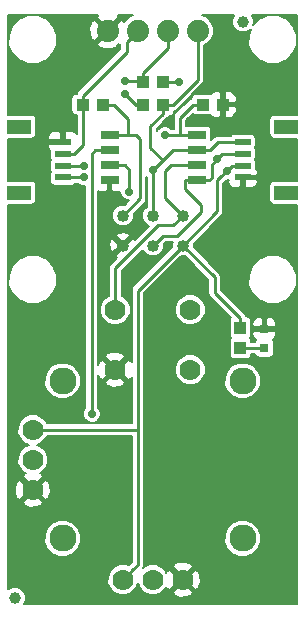
<source format=gtl>
G04 #@! TF.FileFunction,Copper,L1,Top,Signal*
%FSLAX46Y46*%
G04 Gerber Fmt 4.6, Leading zero omitted, Abs format (unit mm)*
G04 Created by KiCad (PCBNEW 4.0.6) date 02/21/18 15:14:43*
%MOMM*%
%LPD*%
G01*
G04 APERTURE LIST*
%ADD10C,0.100000*%
%ADD11R,0.800000X0.800000*%
%ADD12C,1.778000*%
%ADD13C,2.286000*%
%ADD14R,1.099820X0.998220*%
%ADD15R,2.000000X1.200000*%
%ADD16R,1.350000X0.600000*%
%ADD17C,1.000000*%
%ADD18C,1.879600*%
%ADD19C,1.016000*%
%ADD20R,0.998220X1.099820*%
%ADD21R,1.524000X0.762000*%
%ADD22C,0.700000*%
%ADD23C,0.250000*%
%ADD24C,0.203200*%
G04 APERTURE END LIST*
D10*
D11*
X159308800Y-120078400D03*
X159308800Y-118478400D03*
D12*
X146685000Y-116840000D03*
X153035000Y-116840000D03*
X146685000Y-121920000D03*
X153035000Y-121920000D03*
X147320000Y-139700000D03*
X149860000Y-139700000D03*
X152400000Y-139700000D03*
D13*
X142240000Y-122872500D03*
X142240000Y-136207500D03*
X157480000Y-136207500D03*
X157480000Y-122872500D03*
D12*
X139700000Y-127000000D03*
X139700000Y-129540000D03*
X139700000Y-132080000D03*
D14*
X150708360Y-97586800D03*
X149011640Y-97586800D03*
D15*
X161155000Y-106940000D03*
X161155000Y-101340000D03*
D16*
X157480000Y-105640000D03*
X157480000Y-104640000D03*
X157480000Y-103640000D03*
X157480000Y-102640000D03*
D15*
X138565000Y-101340000D03*
X138565000Y-106940000D03*
D16*
X142240000Y-102640000D03*
X142240000Y-103640000D03*
X142240000Y-104640000D03*
X142240000Y-105640000D03*
D17*
X138176000Y-141224000D03*
X157480000Y-92456000D03*
D14*
X154091640Y-99466400D03*
X155788360Y-99466400D03*
D18*
X146050000Y-93218000D03*
X148590000Y-93218000D03*
X151130000Y-93218000D03*
X153670000Y-93218000D03*
D19*
X152400000Y-108864400D03*
X152400000Y-111404400D03*
X149860000Y-108864400D03*
X149860000Y-111404400D03*
X147320000Y-108864400D03*
X147320000Y-111404400D03*
D14*
X143931640Y-99466400D03*
X145628360Y-99466400D03*
X149011640Y-99517200D03*
X150708360Y-99517200D03*
D20*
X157276800Y-118379240D03*
X157276800Y-120075960D03*
D21*
X146202400Y-102069900D03*
X146202400Y-103339900D03*
X146202400Y-104609900D03*
X146202400Y-105879900D03*
X153611580Y-105879900D03*
X153611580Y-104609900D03*
X153611580Y-103339900D03*
X153611580Y-102069900D03*
D22*
X147523200Y-98602800D03*
X152095200Y-97586800D03*
X156133800Y-105079800D03*
X150876000Y-102057200D03*
X155321000Y-104063800D03*
X147523200Y-97485200D03*
X144018000Y-104648000D03*
X149860000Y-105040300D03*
X144018000Y-105613200D03*
X147878800Y-106832400D03*
X144693001Y-125664599D03*
D23*
X157480000Y-105640000D02*
X157105000Y-105640000D01*
X149011640Y-99517200D02*
X148437600Y-99517200D01*
X148437600Y-99517200D02*
X147523200Y-98602800D01*
X150708360Y-97586800D02*
X152095200Y-97586800D01*
X156133800Y-105079800D02*
X156555000Y-104658600D01*
X156555000Y-104658600D02*
X156555000Y-104640000D01*
X150876000Y-102057200D02*
X152146000Y-102057200D01*
X152146000Y-102057200D02*
X152572700Y-102057200D01*
X154091640Y-99466400D02*
X153263600Y-99466400D01*
X153263600Y-99466400D02*
X152146000Y-100584000D01*
X152146000Y-100584000D02*
X152146000Y-102057200D01*
X150876000Y-102057200D02*
X153598880Y-102057200D01*
X153598880Y-102057200D02*
X153611580Y-102069900D01*
X155092400Y-115394930D02*
X155092400Y-114096800D01*
X155092400Y-114096800D02*
X152400000Y-111404400D01*
X157276800Y-118379240D02*
X157276800Y-117579330D01*
X157276800Y-117579330D02*
X155092400Y-115394930D01*
X147652930Y-94996000D02*
X147650201Y-94993271D01*
X147650201Y-94157799D02*
X148590000Y-93218000D01*
X147650201Y-94993271D02*
X147650201Y-94157799D01*
X143931640Y-99466400D02*
X143931640Y-98717290D01*
X143931640Y-98717290D02*
X147652930Y-94996000D01*
X143931640Y-99466400D02*
X143982440Y-99466400D01*
X155295600Y-105899400D02*
X155581800Y-105613200D01*
X155581800Y-105613200D02*
X156555000Y-104640000D01*
X152572700Y-102057200D02*
X152585400Y-102069900D01*
X142240000Y-103640000D02*
X143165000Y-103640000D01*
X143165000Y-103640000D02*
X143931640Y-102873360D01*
X143931640Y-102873360D02*
X143931640Y-100215510D01*
X143931640Y-100215510D02*
X143931640Y-99466400D01*
X148590000Y-115214400D02*
X148590000Y-127000000D01*
X148590000Y-127000000D02*
X148590000Y-138430000D01*
X139700000Y-127000000D02*
X148590000Y-127000000D01*
X152400000Y-111404400D02*
X148590000Y-115214400D01*
X148590000Y-138430000D02*
X148208999Y-138811001D01*
X148208999Y-138811001D02*
X147320000Y-139700000D01*
X155295600Y-108508800D02*
X155295600Y-105899400D01*
X156555000Y-104640000D02*
X157480000Y-104640000D01*
X152400000Y-111404400D02*
X155295600Y-108508800D01*
X154838400Y-104546400D02*
X155321000Y-104063800D01*
X155321000Y-104063800D02*
X155744800Y-103640000D01*
X153611580Y-105879900D02*
X154623580Y-105879900D01*
X154623580Y-105879900D02*
X154838400Y-105665080D01*
X154838400Y-105665080D02*
X154838400Y-104546400D01*
X155744800Y-103640000D02*
X156555000Y-103640000D01*
X156555000Y-103640000D02*
X157480000Y-103640000D01*
X147523200Y-97485200D02*
X148910040Y-97485200D01*
X148910040Y-97485200D02*
X149011640Y-97586800D01*
X142240000Y-104640000D02*
X144010000Y-104640000D01*
X144010000Y-104640000D02*
X144018000Y-104648000D01*
X149011640Y-97586800D02*
X149011640Y-96837690D01*
X149011640Y-96837690D02*
X151130000Y-94719330D01*
X151130000Y-94719330D02*
X151130000Y-93218000D01*
X153924000Y-108000800D02*
X152585400Y-106662200D01*
X152585400Y-106662200D02*
X152585400Y-105879900D01*
X153924000Y-108573242D02*
X153924000Y-108000800D01*
X149860000Y-111404400D02*
X150693001Y-110571399D01*
X150693001Y-110571399D02*
X151925843Y-110571399D01*
X151925843Y-110571399D02*
X153924000Y-108573242D01*
X152585400Y-105879900D02*
X153610400Y-105879900D01*
X154673300Y-103339900D02*
X155373200Y-102640000D01*
X155373200Y-102640000D02*
X156555000Y-102640000D01*
X153611580Y-103339900D02*
X154673300Y-103339900D01*
X149860000Y-105040300D02*
X150723600Y-104176700D01*
X150723600Y-104176700D02*
X151560400Y-103339900D01*
X149656800Y-101317870D02*
X149656800Y-103109900D01*
X149656800Y-103109900D02*
X150723600Y-104176700D01*
X150708360Y-99517200D02*
X150708360Y-100266310D01*
X150708360Y-100266310D02*
X149656800Y-101317870D01*
X142240000Y-105640000D02*
X143991200Y-105640000D01*
X143991200Y-105640000D02*
X144018000Y-105613200D01*
X150708360Y-99517200D02*
X151536400Y-99517200D01*
X151536400Y-99517200D02*
X153670000Y-97383600D01*
X153670000Y-97383600D02*
X153670000Y-93218000D01*
X149860000Y-108864400D02*
X149860000Y-105040300D01*
X151560400Y-103339900D02*
X152585400Y-103339900D01*
X152585400Y-103339900D02*
X153610400Y-103339900D01*
X156555000Y-102640000D02*
X157480000Y-102640000D01*
X153611580Y-104609900D02*
X151371300Y-104609900D01*
X151371300Y-104609900D02*
X150926800Y-105054400D01*
X150926800Y-105054400D02*
X150926800Y-107391200D01*
X150926800Y-107391200D02*
X152400000Y-108864400D01*
X152400000Y-108864400D02*
X151566999Y-109697401D01*
X151566999Y-109697401D02*
X150334157Y-109697401D01*
X150334157Y-109697401D02*
X146685000Y-113346558D01*
X146685000Y-113346558D02*
X146685000Y-115582765D01*
X146685000Y-115582765D02*
X146685000Y-116840000D01*
X148450300Y-102069900D02*
X147777200Y-102069900D01*
X147777200Y-102069900D02*
X147185400Y-102069900D01*
X145628360Y-99466400D02*
X146558000Y-99466400D01*
X146558000Y-99466400D02*
X147777200Y-100685600D01*
X147777200Y-100685600D02*
X147777200Y-102069900D01*
X147185400Y-102069900D02*
X146202400Y-102069900D01*
X147320000Y-108864400D02*
X148793200Y-107391200D01*
X148793200Y-107391200D02*
X148793200Y-102412800D01*
X148793200Y-102412800D02*
X148450300Y-102069900D01*
X147472400Y-104622600D02*
X147878800Y-105029000D01*
X147878800Y-105029000D02*
X147878800Y-106832400D01*
X146596100Y-104622600D02*
X147472400Y-104622600D01*
X146202400Y-104609900D02*
X146583400Y-104609900D01*
X146583400Y-104609900D02*
X146596100Y-104622600D01*
X144693001Y-125664599D02*
X144693001Y-103642799D01*
X144693001Y-103642799D02*
X144995900Y-103339900D01*
X144995900Y-103339900D02*
X146202400Y-103339900D01*
X157276800Y-120075960D02*
X159103160Y-120075960D01*
X159103160Y-120075960D02*
X159105600Y-120078400D01*
D24*
G36*
X145154240Y-92106714D02*
X146050000Y-93002474D01*
X146945760Y-92106714D01*
X146875575Y-91921400D01*
X148202792Y-91921400D01*
X147828435Y-92076081D01*
X147449412Y-92454443D01*
X147438266Y-92481286D01*
X147411666Y-92417068D01*
X147161286Y-92322240D01*
X146265526Y-93218000D01*
X146279669Y-93232143D01*
X146064143Y-93447669D01*
X146050000Y-93433526D01*
X145154240Y-94329286D01*
X145249068Y-94579666D01*
X145831122Y-94782519D01*
X146446499Y-94747188D01*
X146850932Y-94579666D01*
X146945759Y-94329288D01*
X147057883Y-94441412D01*
X147118801Y-94380494D01*
X147118801Y-94778616D01*
X143555883Y-98341533D01*
X143440690Y-98513932D01*
X143432933Y-98552929D01*
X143381730Y-98552929D01*
X143231127Y-98581267D01*
X143092808Y-98670273D01*
X143000015Y-98806080D01*
X142967369Y-98967290D01*
X142967369Y-99965510D01*
X142995707Y-100116113D01*
X143084713Y-100254432D01*
X143220520Y-100347225D01*
X143381730Y-100379871D01*
X143400240Y-100379871D01*
X143400240Y-101963135D01*
X143260311Y-101823206D01*
X143036257Y-101730400D01*
X142544800Y-101730400D01*
X142392400Y-101882800D01*
X142392400Y-102490000D01*
X142412400Y-102490000D01*
X142412400Y-102790000D01*
X142392400Y-102790000D01*
X142392400Y-102812400D01*
X142087600Y-102812400D01*
X142087600Y-102790000D01*
X141107800Y-102790000D01*
X140955400Y-102942400D01*
X140955400Y-103061257D01*
X141048206Y-103285311D01*
X141150639Y-103387744D01*
X141150639Y-103940000D01*
X141178977Y-104090603D01*
X141210291Y-104139266D01*
X141183285Y-104178790D01*
X141150639Y-104340000D01*
X141150639Y-104940000D01*
X141178977Y-105090603D01*
X141210291Y-105139266D01*
X141183285Y-105178790D01*
X141150639Y-105340000D01*
X141150639Y-105940000D01*
X141178977Y-106090603D01*
X141267983Y-106228922D01*
X141403790Y-106321715D01*
X141565000Y-106354361D01*
X142915000Y-106354361D01*
X143065603Y-106326023D01*
X143203922Y-106237017D01*
X143248756Y-106171400D01*
X143506447Y-106171400D01*
X143588974Y-106254071D01*
X143866883Y-106369469D01*
X144161601Y-106369726D01*
X144161601Y-125126293D01*
X144052130Y-125235573D01*
X143936732Y-125513482D01*
X143936470Y-125814396D01*
X144051382Y-126092506D01*
X144263975Y-126305470D01*
X144541884Y-126420868D01*
X144842798Y-126421130D01*
X145120908Y-126306218D01*
X145333872Y-126093625D01*
X145449270Y-125815716D01*
X145449532Y-125514802D01*
X145334620Y-125236692D01*
X145224401Y-125126281D01*
X145224401Y-122994442D01*
X145826084Y-122994442D01*
X145914661Y-123239559D01*
X146478272Y-123433909D01*
X147073357Y-123397781D01*
X147455339Y-123239559D01*
X147543916Y-122994442D01*
X146685000Y-122135526D01*
X145826084Y-122994442D01*
X145224401Y-122994442D01*
X145224401Y-122349838D01*
X145365441Y-122690339D01*
X145610558Y-122778916D01*
X146469474Y-121920000D01*
X145610558Y-121061084D01*
X145365441Y-121149661D01*
X145224401Y-121558674D01*
X145224401Y-120845558D01*
X145826084Y-120845558D01*
X146685000Y-121704474D01*
X147543916Y-120845558D01*
X147455339Y-120600441D01*
X146891728Y-120406091D01*
X146296643Y-120442219D01*
X145914661Y-120600441D01*
X145826084Y-120845558D01*
X145224401Y-120845558D01*
X145224401Y-111288970D01*
X146186367Y-111288970D01*
X146228487Y-111731579D01*
X146316833Y-111944866D01*
X146522625Y-111986249D01*
X147104474Y-111404400D01*
X146522625Y-110822551D01*
X146316833Y-110863934D01*
X146186367Y-111288970D01*
X145224401Y-111288970D01*
X145224401Y-110607025D01*
X146738151Y-110607025D01*
X147320000Y-111188874D01*
X147901849Y-110607025D01*
X147860466Y-110401233D01*
X147435430Y-110270767D01*
X146992821Y-110312887D01*
X146779534Y-110401233D01*
X146738151Y-110607025D01*
X145224401Y-110607025D01*
X145224401Y-106831257D01*
X145319143Y-106870500D01*
X145897600Y-106870500D01*
X146050000Y-106718100D01*
X146050000Y-106032300D01*
X146030000Y-106032300D01*
X146030000Y-105727500D01*
X146050000Y-105727500D01*
X146050000Y-105707500D01*
X146354800Y-105707500D01*
X146354800Y-105727500D01*
X146374800Y-105727500D01*
X146374800Y-106032300D01*
X146354800Y-106032300D01*
X146354800Y-106718100D01*
X146507200Y-106870500D01*
X147085657Y-106870500D01*
X147122379Y-106855289D01*
X147122269Y-106982197D01*
X147237181Y-107260307D01*
X147449774Y-107473271D01*
X147727683Y-107588669D01*
X147844116Y-107588770D01*
X147482745Y-107950142D01*
X147138913Y-107949842D01*
X146802711Y-108088758D01*
X146545262Y-108345758D01*
X146405759Y-108681717D01*
X146405442Y-109045487D01*
X146544358Y-109381689D01*
X146801358Y-109639138D01*
X147137317Y-109778641D01*
X147501087Y-109778958D01*
X147837289Y-109640042D01*
X148094738Y-109383042D01*
X148234241Y-109047083D01*
X148234542Y-108701371D01*
X149168954Y-107766959D01*
X149168957Y-107766957D01*
X149263781Y-107625043D01*
X149284150Y-107594559D01*
X149324600Y-107391200D01*
X149324600Y-105574611D01*
X149328600Y-105578618D01*
X149328600Y-108102844D01*
X149085262Y-108345758D01*
X148945759Y-108681717D01*
X148945442Y-109045487D01*
X149084358Y-109381689D01*
X149341358Y-109639138D01*
X149553018Y-109727027D01*
X148350389Y-110929655D01*
X148323167Y-110863934D01*
X148117375Y-110822551D01*
X147535526Y-111404400D01*
X147549669Y-111418543D01*
X147334143Y-111634069D01*
X147320000Y-111619926D01*
X146738151Y-112201775D01*
X146779534Y-112407567D01*
X146850648Y-112429396D01*
X146309243Y-112970801D01*
X146194050Y-113143200D01*
X146153599Y-113346558D01*
X146153600Y-113346563D01*
X146153600Y-115657946D01*
X145952174Y-115741173D01*
X145587454Y-116105257D01*
X145389826Y-116581199D01*
X145389376Y-117096540D01*
X145586173Y-117572826D01*
X145950257Y-117937546D01*
X146426199Y-118135174D01*
X146941540Y-118135624D01*
X147417826Y-117938827D01*
X147782546Y-117574743D01*
X147980174Y-117098801D01*
X147980624Y-116583460D01*
X147783827Y-116107174D01*
X147419743Y-115742454D01*
X147216400Y-115658019D01*
X147216400Y-113566672D01*
X149019164Y-111763908D01*
X149084358Y-111921689D01*
X149341358Y-112179138D01*
X149677317Y-112318641D01*
X150041087Y-112318958D01*
X150377289Y-112180042D01*
X150634738Y-111923042D01*
X150774241Y-111587083D01*
X150774542Y-111241371D01*
X150913114Y-111102799D01*
X151535138Y-111102799D01*
X151485759Y-111221717D01*
X151485458Y-111567429D01*
X148214243Y-114838643D01*
X148099050Y-115011042D01*
X148058599Y-115214400D01*
X148058600Y-115214405D01*
X148058600Y-121280128D01*
X148004559Y-121149661D01*
X147759442Y-121061084D01*
X146900526Y-121920000D01*
X147759442Y-122778916D01*
X148004559Y-122690339D01*
X148058600Y-122533621D01*
X148058600Y-126468600D01*
X140882054Y-126468600D01*
X140798827Y-126267174D01*
X140434743Y-125902454D01*
X139958801Y-125704826D01*
X139443460Y-125704376D01*
X138967174Y-125901173D01*
X138602454Y-126265257D01*
X138404826Y-126741199D01*
X138404376Y-127256540D01*
X138601173Y-127732826D01*
X138965257Y-128097546D01*
X139381008Y-128270181D01*
X138967174Y-128441173D01*
X138602454Y-128805257D01*
X138404826Y-129281199D01*
X138404376Y-129796540D01*
X138601173Y-130272826D01*
X138965257Y-130637546D01*
X139095646Y-130691688D01*
X138929661Y-130760441D01*
X138841084Y-131005558D01*
X139700000Y-131864474D01*
X140558916Y-131005558D01*
X140470339Y-130760441D01*
X140289455Y-130698067D01*
X140432826Y-130638827D01*
X140797546Y-130274743D01*
X140995174Y-129798801D01*
X140995624Y-129283460D01*
X140798827Y-128807174D01*
X140434743Y-128442454D01*
X140018992Y-128269819D01*
X140432826Y-128098827D01*
X140797546Y-127734743D01*
X140881981Y-127531400D01*
X148058600Y-127531400D01*
X148058600Y-138209887D01*
X147833242Y-138435244D01*
X147833240Y-138435247D01*
X147780082Y-138488405D01*
X147578801Y-138404826D01*
X147063460Y-138404376D01*
X146587174Y-138601173D01*
X146222454Y-138965257D01*
X146024826Y-139441199D01*
X146024376Y-139956540D01*
X146221173Y-140432826D01*
X146585257Y-140797546D01*
X147061199Y-140995174D01*
X147576540Y-140995624D01*
X148052826Y-140798827D01*
X148417546Y-140434743D01*
X148590181Y-140018992D01*
X148761173Y-140432826D01*
X149125257Y-140797546D01*
X149601199Y-140995174D01*
X150116540Y-140995624D01*
X150592826Y-140798827D01*
X150617253Y-140774442D01*
X151541084Y-140774442D01*
X151629661Y-141019559D01*
X152193272Y-141213909D01*
X152788357Y-141177781D01*
X153170339Y-141019559D01*
X153258916Y-140774442D01*
X152400000Y-139915526D01*
X151541084Y-140774442D01*
X150617253Y-140774442D01*
X150957546Y-140434743D01*
X151011688Y-140304354D01*
X151080441Y-140470339D01*
X151325558Y-140558916D01*
X152184474Y-139700000D01*
X152615526Y-139700000D01*
X153474442Y-140558916D01*
X153719559Y-140470339D01*
X153913909Y-139906728D01*
X153877781Y-139311643D01*
X153719559Y-138929661D01*
X153474442Y-138841084D01*
X152615526Y-139700000D01*
X152184474Y-139700000D01*
X151325558Y-138841084D01*
X151080441Y-138929661D01*
X151018067Y-139110545D01*
X150958827Y-138967174D01*
X150617807Y-138625558D01*
X151541084Y-138625558D01*
X152400000Y-139484474D01*
X153258916Y-138625558D01*
X153170339Y-138380441D01*
X152606728Y-138186091D01*
X152011643Y-138222219D01*
X151629661Y-138380441D01*
X151541084Y-138625558D01*
X150617807Y-138625558D01*
X150594743Y-138602454D01*
X150118801Y-138404826D01*
X149603460Y-138404376D01*
X149127174Y-138601173D01*
X149052941Y-138675277D01*
X149080950Y-138633358D01*
X149087352Y-138601173D01*
X149121401Y-138430000D01*
X149121400Y-138429995D01*
X149121400Y-136514343D01*
X155930331Y-136514343D01*
X156165716Y-137084018D01*
X156601189Y-137520252D01*
X157170453Y-137756631D01*
X157786843Y-137757169D01*
X158356518Y-137521784D01*
X158792752Y-137086311D01*
X159029131Y-136517047D01*
X159029669Y-135900657D01*
X158794284Y-135330982D01*
X158358811Y-134894748D01*
X157789547Y-134658369D01*
X157173157Y-134657831D01*
X156603482Y-134893216D01*
X156167248Y-135328689D01*
X155930869Y-135897953D01*
X155930331Y-136514343D01*
X149121400Y-136514343D01*
X149121400Y-122176540D01*
X151739376Y-122176540D01*
X151936173Y-122652826D01*
X152300257Y-123017546D01*
X152776199Y-123215174D01*
X153291540Y-123215624D01*
X153379346Y-123179343D01*
X155930331Y-123179343D01*
X156165716Y-123749018D01*
X156601189Y-124185252D01*
X157170453Y-124421631D01*
X157786843Y-124422169D01*
X158356518Y-124186784D01*
X158792752Y-123751311D01*
X159029131Y-123182047D01*
X159029669Y-122565657D01*
X158794284Y-121995982D01*
X158358811Y-121559748D01*
X157789547Y-121323369D01*
X157173157Y-121322831D01*
X156603482Y-121558216D01*
X156167248Y-121993689D01*
X155930869Y-122562953D01*
X155930331Y-123179343D01*
X153379346Y-123179343D01*
X153767826Y-123018827D01*
X154132546Y-122654743D01*
X154330174Y-122178801D01*
X154330624Y-121663460D01*
X154133827Y-121187174D01*
X153769743Y-120822454D01*
X153293801Y-120624826D01*
X152778460Y-120624376D01*
X152302174Y-120821173D01*
X151937454Y-121185257D01*
X151739826Y-121661199D01*
X151739376Y-122176540D01*
X149121400Y-122176540D01*
X149121400Y-117096540D01*
X151739376Y-117096540D01*
X151936173Y-117572826D01*
X152300257Y-117937546D01*
X152776199Y-118135174D01*
X153291540Y-118135624D01*
X153767826Y-117938827D01*
X154132546Y-117574743D01*
X154330174Y-117098801D01*
X154330624Y-116583460D01*
X154133827Y-116107174D01*
X153769743Y-115742454D01*
X153293801Y-115544826D01*
X152778460Y-115544376D01*
X152302174Y-115741173D01*
X151937454Y-116105257D01*
X151739826Y-116581199D01*
X151739376Y-117096540D01*
X149121400Y-117096540D01*
X149121400Y-115434514D01*
X152237255Y-112318658D01*
X152563028Y-112318942D01*
X154561000Y-114316913D01*
X154561000Y-115394925D01*
X154560999Y-115394930D01*
X154601450Y-115598288D01*
X154716643Y-115770687D01*
X156484507Y-117538550D01*
X156395975Y-117668120D01*
X156363329Y-117829330D01*
X156363329Y-118929150D01*
X156391667Y-119079753D01*
X156480673Y-119218072D01*
X156492861Y-119226399D01*
X156488768Y-119229033D01*
X156395975Y-119364840D01*
X156363329Y-119526050D01*
X156363329Y-120625870D01*
X156391667Y-120776473D01*
X156480673Y-120914792D01*
X156616480Y-121007585D01*
X156777690Y-121040231D01*
X157775910Y-121040231D01*
X157926513Y-121011893D01*
X158064832Y-120922887D01*
X158157625Y-120787080D01*
X158190271Y-120625870D01*
X158190271Y-120607360D01*
X158518705Y-120607360D01*
X158522777Y-120629003D01*
X158611783Y-120767322D01*
X158747590Y-120860115D01*
X158908800Y-120892761D01*
X159708800Y-120892761D01*
X159859403Y-120864423D01*
X159997722Y-120775417D01*
X160090515Y-120639610D01*
X160123161Y-120478400D01*
X160123161Y-119678400D01*
X160094823Y-119527797D01*
X160018884Y-119409785D01*
X160054111Y-119395194D01*
X160225594Y-119223711D01*
X160318400Y-118999657D01*
X160318400Y-118783200D01*
X160166000Y-118630800D01*
X159461200Y-118630800D01*
X159461200Y-118650800D01*
X159156400Y-118650800D01*
X159156400Y-118630800D01*
X158451600Y-118630800D01*
X158299200Y-118783200D01*
X158299200Y-118999657D01*
X158392006Y-119223711D01*
X158563489Y-119395194D01*
X158600084Y-119410352D01*
X158527085Y-119517190D01*
X158521542Y-119544560D01*
X158190271Y-119544560D01*
X158190271Y-119526050D01*
X158161933Y-119375447D01*
X158072927Y-119237128D01*
X158060739Y-119228801D01*
X158064832Y-119226167D01*
X158157625Y-119090360D01*
X158190271Y-118929150D01*
X158190271Y-117957143D01*
X158299200Y-117957143D01*
X158299200Y-118173600D01*
X158451600Y-118326000D01*
X159156400Y-118326000D01*
X159156400Y-117621200D01*
X159461200Y-117621200D01*
X159461200Y-118326000D01*
X160166000Y-118326000D01*
X160318400Y-118173600D01*
X160318400Y-117957143D01*
X160225594Y-117733089D01*
X160054111Y-117561606D01*
X159830057Y-117468800D01*
X159613600Y-117468800D01*
X159461200Y-117621200D01*
X159156400Y-117621200D01*
X159004000Y-117468800D01*
X158787543Y-117468800D01*
X158563489Y-117561606D01*
X158392006Y-117733089D01*
X158299200Y-117957143D01*
X158190271Y-117957143D01*
X158190271Y-117829330D01*
X158161933Y-117678727D01*
X158072927Y-117540408D01*
X157937120Y-117447615D01*
X157775910Y-117414969D01*
X157775507Y-117414969D01*
X157767750Y-117375972D01*
X157731286Y-117321400D01*
X157652557Y-117203573D01*
X157652554Y-117203571D01*
X155623800Y-115174816D01*
X155623800Y-114707447D01*
X157962244Y-114707447D01*
X158274804Y-115463901D01*
X158853055Y-116043162D01*
X159608962Y-116357042D01*
X160427447Y-116357756D01*
X161183901Y-116045196D01*
X161763162Y-115466945D01*
X162077042Y-114711038D01*
X162077756Y-113892553D01*
X161765196Y-113136099D01*
X161186945Y-112556838D01*
X160431038Y-112242958D01*
X159612553Y-112242244D01*
X158856099Y-112554804D01*
X158276838Y-113133055D01*
X157962958Y-113888962D01*
X157962244Y-114707447D01*
X155623800Y-114707447D01*
X155623800Y-114096805D01*
X155623801Y-114096800D01*
X155583350Y-113893442D01*
X155545976Y-113837508D01*
X155468157Y-113721043D01*
X155468154Y-113721041D01*
X153314258Y-111567145D01*
X153314542Y-111241372D01*
X155671354Y-108884559D01*
X155671357Y-108884557D01*
X155786550Y-108712158D01*
X155792605Y-108681717D01*
X155827001Y-108508800D01*
X155827000Y-108508795D01*
X155827000Y-106119513D01*
X155957554Y-105988959D01*
X155957557Y-105988957D01*
X156110334Y-105836180D01*
X156283597Y-105836331D01*
X156314053Y-105823747D01*
X156195400Y-105942400D01*
X156195400Y-106061257D01*
X156288206Y-106285311D01*
X156459689Y-106456794D01*
X156683743Y-106549600D01*
X157175200Y-106549600D01*
X157327600Y-106397200D01*
X157327600Y-105790000D01*
X157632400Y-105790000D01*
X157632400Y-106397200D01*
X157784800Y-106549600D01*
X158276257Y-106549600D01*
X158500311Y-106456794D01*
X158671794Y-106285311D01*
X158764600Y-106061257D01*
X158764600Y-105942400D01*
X158612200Y-105790000D01*
X157632400Y-105790000D01*
X157327600Y-105790000D01*
X157307600Y-105790000D01*
X157307600Y-105490000D01*
X157327600Y-105490000D01*
X157327600Y-105467600D01*
X157632400Y-105467600D01*
X157632400Y-105490000D01*
X158612200Y-105490000D01*
X158764600Y-105337600D01*
X158764600Y-105218743D01*
X158671794Y-104994689D01*
X158569361Y-104892256D01*
X158569361Y-104340000D01*
X158541023Y-104189397D01*
X158509709Y-104140734D01*
X158536715Y-104101210D01*
X158569361Y-103940000D01*
X158569361Y-103340000D01*
X158541023Y-103189397D01*
X158509709Y-103140734D01*
X158536715Y-103101210D01*
X158569361Y-102940000D01*
X158569361Y-102340000D01*
X158541023Y-102189397D01*
X158452017Y-102051078D01*
X158316210Y-101958285D01*
X158155000Y-101925639D01*
X156805000Y-101925639D01*
X156654397Y-101953977D01*
X156516078Y-102042983D01*
X156471244Y-102108600D01*
X155373205Y-102108600D01*
X155373200Y-102108599D01*
X155169842Y-102149050D01*
X154997443Y-102264243D01*
X154997441Y-102264246D01*
X154782140Y-102479547D01*
X154787941Y-102450900D01*
X154787941Y-101688900D01*
X154759603Y-101538297D01*
X154670597Y-101399978D01*
X154534790Y-101307185D01*
X154373580Y-101274539D01*
X152849580Y-101274539D01*
X152698977Y-101302877D01*
X152677400Y-101316761D01*
X152677400Y-100804114D01*
X153237810Y-100243704D01*
X153244713Y-100254432D01*
X153380520Y-100347225D01*
X153541730Y-100379871D01*
X154641550Y-100379871D01*
X154767085Y-100356250D01*
X154893139Y-100482304D01*
X155117193Y-100575110D01*
X155483560Y-100575110D01*
X155635960Y-100422710D01*
X155635960Y-99618800D01*
X155940760Y-99618800D01*
X155940760Y-100422710D01*
X156093160Y-100575110D01*
X156459527Y-100575110D01*
X156683581Y-100482304D01*
X156855064Y-100310821D01*
X156947870Y-100086767D01*
X156947870Y-99771200D01*
X156795470Y-99618800D01*
X155940760Y-99618800D01*
X155635960Y-99618800D01*
X155615960Y-99618800D01*
X155615960Y-99314000D01*
X155635960Y-99314000D01*
X155635960Y-98510090D01*
X155940760Y-98510090D01*
X155940760Y-99314000D01*
X156795470Y-99314000D01*
X156947870Y-99161600D01*
X156947870Y-98846033D01*
X156855064Y-98621979D01*
X156683581Y-98450496D01*
X156459527Y-98357690D01*
X156093160Y-98357690D01*
X155940760Y-98510090D01*
X155635960Y-98510090D01*
X155483560Y-98357690D01*
X155117193Y-98357690D01*
X154893139Y-98450496D01*
X154765588Y-98578047D01*
X154641550Y-98552929D01*
X153541730Y-98552929D01*
X153391127Y-98581267D01*
X153252808Y-98670273D01*
X153160015Y-98806080D01*
X153128465Y-98961879D01*
X153060242Y-98975450D01*
X152887843Y-99090643D01*
X152887841Y-99090646D01*
X151770243Y-100208243D01*
X151655050Y-100380642D01*
X151614599Y-100584000D01*
X151614600Y-100584005D01*
X151614600Y-101525800D01*
X151414306Y-101525800D01*
X151305026Y-101416329D01*
X151027117Y-101300931D01*
X150726203Y-101300669D01*
X150448093Y-101415581D01*
X150235129Y-101628174D01*
X150188200Y-101741191D01*
X150188200Y-101537984D01*
X151084114Y-100642069D01*
X151084117Y-100642067D01*
X151190867Y-100482304D01*
X151199310Y-100469669D01*
X151207067Y-100430671D01*
X151258270Y-100430671D01*
X151408873Y-100402333D01*
X151547192Y-100313327D01*
X151639985Y-100177520D01*
X151671535Y-100021721D01*
X151739758Y-100008150D01*
X151912157Y-99892957D01*
X154045757Y-97759357D01*
X154160950Y-97586958D01*
X154201401Y-97383600D01*
X154201400Y-97383595D01*
X154201400Y-94455021D01*
X154431565Y-94359919D01*
X154810588Y-93981557D01*
X155015966Y-93486951D01*
X155016434Y-92951399D01*
X154811919Y-92456435D01*
X154433557Y-92077412D01*
X154057838Y-91921400D01*
X156732572Y-91921400D01*
X156712040Y-91941896D01*
X156573758Y-92274915D01*
X156573443Y-92635503D01*
X156711144Y-92968763D01*
X156965896Y-93223960D01*
X157298915Y-93362242D01*
X157659503Y-93362557D01*
X157992763Y-93224856D01*
X158185902Y-93032054D01*
X157962958Y-93568962D01*
X157962244Y-94387447D01*
X158274804Y-95143901D01*
X158853055Y-95723162D01*
X159608962Y-96037042D01*
X160427447Y-96037756D01*
X161183901Y-95725196D01*
X161763162Y-95146945D01*
X162077042Y-94391038D01*
X162077756Y-93572553D01*
X161765196Y-92816099D01*
X161186945Y-92236838D01*
X160431038Y-91922958D01*
X159612553Y-91922244D01*
X158856099Y-92234804D01*
X158338897Y-92751104D01*
X158386242Y-92637085D01*
X158386557Y-92276497D01*
X158248856Y-91943237D01*
X158227057Y-91921400D01*
X162078600Y-91921400D01*
X162078600Y-100325639D01*
X160155000Y-100325639D01*
X160004397Y-100353977D01*
X159866078Y-100442983D01*
X159773285Y-100578790D01*
X159740639Y-100740000D01*
X159740639Y-101940000D01*
X159768977Y-102090603D01*
X159857983Y-102228922D01*
X159993790Y-102321715D01*
X160155000Y-102354361D01*
X162078600Y-102354361D01*
X162078600Y-105925639D01*
X160155000Y-105925639D01*
X160004397Y-105953977D01*
X159866078Y-106042983D01*
X159773285Y-106178790D01*
X159740639Y-106340000D01*
X159740639Y-107540000D01*
X159768977Y-107690603D01*
X159857983Y-107828922D01*
X159993790Y-107921715D01*
X160155000Y-107954361D01*
X162078600Y-107954361D01*
X162078600Y-141758600D01*
X138923428Y-141758600D01*
X138943960Y-141738104D01*
X139082242Y-141405085D01*
X139082557Y-141044497D01*
X138944856Y-140711237D01*
X138690104Y-140456040D01*
X138357085Y-140317758D01*
X137996497Y-140317443D01*
X137663237Y-140455144D01*
X137641400Y-140476943D01*
X137641400Y-136514343D01*
X140690331Y-136514343D01*
X140925716Y-137084018D01*
X141361189Y-137520252D01*
X141930453Y-137756631D01*
X142546843Y-137757169D01*
X143116518Y-137521784D01*
X143552752Y-137086311D01*
X143789131Y-136517047D01*
X143789669Y-135900657D01*
X143554284Y-135330982D01*
X143118811Y-134894748D01*
X142549547Y-134658369D01*
X141933157Y-134657831D01*
X141363482Y-134893216D01*
X140927248Y-135328689D01*
X140690869Y-135897953D01*
X140690331Y-136514343D01*
X137641400Y-136514343D01*
X137641400Y-133154442D01*
X138841084Y-133154442D01*
X138929661Y-133399559D01*
X139493272Y-133593909D01*
X140088357Y-133557781D01*
X140470339Y-133399559D01*
X140558916Y-133154442D01*
X139700000Y-132295526D01*
X138841084Y-133154442D01*
X137641400Y-133154442D01*
X137641400Y-131873272D01*
X138186091Y-131873272D01*
X138222219Y-132468357D01*
X138380441Y-132850339D01*
X138625558Y-132938916D01*
X139484474Y-132080000D01*
X139915526Y-132080000D01*
X140774442Y-132938916D01*
X141019559Y-132850339D01*
X141213909Y-132286728D01*
X141177781Y-131691643D01*
X141019559Y-131309661D01*
X140774442Y-131221084D01*
X139915526Y-132080000D01*
X139484474Y-132080000D01*
X138625558Y-131221084D01*
X138380441Y-131309661D01*
X138186091Y-131873272D01*
X137641400Y-131873272D01*
X137641400Y-123179343D01*
X140690331Y-123179343D01*
X140925716Y-123749018D01*
X141361189Y-124185252D01*
X141930453Y-124421631D01*
X142546843Y-124422169D01*
X143116518Y-124186784D01*
X143552752Y-123751311D01*
X143789131Y-123182047D01*
X143789669Y-122565657D01*
X143554284Y-121995982D01*
X143118811Y-121559748D01*
X142549547Y-121323369D01*
X141933157Y-121322831D01*
X141363482Y-121558216D01*
X140927248Y-121993689D01*
X140690869Y-122562953D01*
X140690331Y-123179343D01*
X137641400Y-123179343D01*
X137641400Y-114707447D01*
X137642244Y-114707447D01*
X137954804Y-115463901D01*
X138533055Y-116043162D01*
X139288962Y-116357042D01*
X140107447Y-116357756D01*
X140863901Y-116045196D01*
X141443162Y-115466945D01*
X141757042Y-114711038D01*
X141757756Y-113892553D01*
X141445196Y-113136099D01*
X140866945Y-112556838D01*
X140111038Y-112242958D01*
X139292553Y-112242244D01*
X138536099Y-112554804D01*
X137956838Y-113133055D01*
X137642958Y-113888962D01*
X137642244Y-114707447D01*
X137641400Y-114707447D01*
X137641400Y-107954361D01*
X139565000Y-107954361D01*
X139715603Y-107926023D01*
X139853922Y-107837017D01*
X139946715Y-107701210D01*
X139979361Y-107540000D01*
X139979361Y-106340000D01*
X139951023Y-106189397D01*
X139862017Y-106051078D01*
X139726210Y-105958285D01*
X139565000Y-105925639D01*
X137641400Y-105925639D01*
X137641400Y-102354361D01*
X139565000Y-102354361D01*
X139715603Y-102326023D01*
X139853922Y-102237017D01*
X139866408Y-102218743D01*
X140955400Y-102218743D01*
X140955400Y-102337600D01*
X141107800Y-102490000D01*
X142087600Y-102490000D01*
X142087600Y-101882800D01*
X141935200Y-101730400D01*
X141443743Y-101730400D01*
X141219689Y-101823206D01*
X141048206Y-101994689D01*
X140955400Y-102218743D01*
X139866408Y-102218743D01*
X139946715Y-102101210D01*
X139979361Y-101940000D01*
X139979361Y-100740000D01*
X139951023Y-100589397D01*
X139862017Y-100451078D01*
X139726210Y-100358285D01*
X139565000Y-100325639D01*
X137641400Y-100325639D01*
X137641400Y-94387447D01*
X137642244Y-94387447D01*
X137954804Y-95143901D01*
X138533055Y-95723162D01*
X139288962Y-96037042D01*
X140107447Y-96037756D01*
X140863901Y-95725196D01*
X141443162Y-95146945D01*
X141757042Y-94391038D01*
X141757756Y-93572553D01*
X141520820Y-92999122D01*
X144485481Y-92999122D01*
X144520812Y-93614499D01*
X144688334Y-94018932D01*
X144938714Y-94113760D01*
X145834474Y-93218000D01*
X144938714Y-92322240D01*
X144688334Y-92417068D01*
X144485481Y-92999122D01*
X141520820Y-92999122D01*
X141445196Y-92816099D01*
X140866945Y-92236838D01*
X140111038Y-91922958D01*
X139292553Y-91922244D01*
X138536099Y-92234804D01*
X137956838Y-92813055D01*
X137642958Y-93568962D01*
X137642244Y-94387447D01*
X137641400Y-94387447D01*
X137641400Y-91921400D01*
X145224425Y-91921400D01*
X145154240Y-92106714D01*
X145154240Y-92106714D01*
G37*
X145154240Y-92106714D02*
X146050000Y-93002474D01*
X146945760Y-92106714D01*
X146875575Y-91921400D01*
X148202792Y-91921400D01*
X147828435Y-92076081D01*
X147449412Y-92454443D01*
X147438266Y-92481286D01*
X147411666Y-92417068D01*
X147161286Y-92322240D01*
X146265526Y-93218000D01*
X146279669Y-93232143D01*
X146064143Y-93447669D01*
X146050000Y-93433526D01*
X145154240Y-94329286D01*
X145249068Y-94579666D01*
X145831122Y-94782519D01*
X146446499Y-94747188D01*
X146850932Y-94579666D01*
X146945759Y-94329288D01*
X147057883Y-94441412D01*
X147118801Y-94380494D01*
X147118801Y-94778616D01*
X143555883Y-98341533D01*
X143440690Y-98513932D01*
X143432933Y-98552929D01*
X143381730Y-98552929D01*
X143231127Y-98581267D01*
X143092808Y-98670273D01*
X143000015Y-98806080D01*
X142967369Y-98967290D01*
X142967369Y-99965510D01*
X142995707Y-100116113D01*
X143084713Y-100254432D01*
X143220520Y-100347225D01*
X143381730Y-100379871D01*
X143400240Y-100379871D01*
X143400240Y-101963135D01*
X143260311Y-101823206D01*
X143036257Y-101730400D01*
X142544800Y-101730400D01*
X142392400Y-101882800D01*
X142392400Y-102490000D01*
X142412400Y-102490000D01*
X142412400Y-102790000D01*
X142392400Y-102790000D01*
X142392400Y-102812400D01*
X142087600Y-102812400D01*
X142087600Y-102790000D01*
X141107800Y-102790000D01*
X140955400Y-102942400D01*
X140955400Y-103061257D01*
X141048206Y-103285311D01*
X141150639Y-103387744D01*
X141150639Y-103940000D01*
X141178977Y-104090603D01*
X141210291Y-104139266D01*
X141183285Y-104178790D01*
X141150639Y-104340000D01*
X141150639Y-104940000D01*
X141178977Y-105090603D01*
X141210291Y-105139266D01*
X141183285Y-105178790D01*
X141150639Y-105340000D01*
X141150639Y-105940000D01*
X141178977Y-106090603D01*
X141267983Y-106228922D01*
X141403790Y-106321715D01*
X141565000Y-106354361D01*
X142915000Y-106354361D01*
X143065603Y-106326023D01*
X143203922Y-106237017D01*
X143248756Y-106171400D01*
X143506447Y-106171400D01*
X143588974Y-106254071D01*
X143866883Y-106369469D01*
X144161601Y-106369726D01*
X144161601Y-125126293D01*
X144052130Y-125235573D01*
X143936732Y-125513482D01*
X143936470Y-125814396D01*
X144051382Y-126092506D01*
X144263975Y-126305470D01*
X144541884Y-126420868D01*
X144842798Y-126421130D01*
X145120908Y-126306218D01*
X145333872Y-126093625D01*
X145449270Y-125815716D01*
X145449532Y-125514802D01*
X145334620Y-125236692D01*
X145224401Y-125126281D01*
X145224401Y-122994442D01*
X145826084Y-122994442D01*
X145914661Y-123239559D01*
X146478272Y-123433909D01*
X147073357Y-123397781D01*
X147455339Y-123239559D01*
X147543916Y-122994442D01*
X146685000Y-122135526D01*
X145826084Y-122994442D01*
X145224401Y-122994442D01*
X145224401Y-122349838D01*
X145365441Y-122690339D01*
X145610558Y-122778916D01*
X146469474Y-121920000D01*
X145610558Y-121061084D01*
X145365441Y-121149661D01*
X145224401Y-121558674D01*
X145224401Y-120845558D01*
X145826084Y-120845558D01*
X146685000Y-121704474D01*
X147543916Y-120845558D01*
X147455339Y-120600441D01*
X146891728Y-120406091D01*
X146296643Y-120442219D01*
X145914661Y-120600441D01*
X145826084Y-120845558D01*
X145224401Y-120845558D01*
X145224401Y-111288970D01*
X146186367Y-111288970D01*
X146228487Y-111731579D01*
X146316833Y-111944866D01*
X146522625Y-111986249D01*
X147104474Y-111404400D01*
X146522625Y-110822551D01*
X146316833Y-110863934D01*
X146186367Y-111288970D01*
X145224401Y-111288970D01*
X145224401Y-110607025D01*
X146738151Y-110607025D01*
X147320000Y-111188874D01*
X147901849Y-110607025D01*
X147860466Y-110401233D01*
X147435430Y-110270767D01*
X146992821Y-110312887D01*
X146779534Y-110401233D01*
X146738151Y-110607025D01*
X145224401Y-110607025D01*
X145224401Y-106831257D01*
X145319143Y-106870500D01*
X145897600Y-106870500D01*
X146050000Y-106718100D01*
X146050000Y-106032300D01*
X146030000Y-106032300D01*
X146030000Y-105727500D01*
X146050000Y-105727500D01*
X146050000Y-105707500D01*
X146354800Y-105707500D01*
X146354800Y-105727500D01*
X146374800Y-105727500D01*
X146374800Y-106032300D01*
X146354800Y-106032300D01*
X146354800Y-106718100D01*
X146507200Y-106870500D01*
X147085657Y-106870500D01*
X147122379Y-106855289D01*
X147122269Y-106982197D01*
X147237181Y-107260307D01*
X147449774Y-107473271D01*
X147727683Y-107588669D01*
X147844116Y-107588770D01*
X147482745Y-107950142D01*
X147138913Y-107949842D01*
X146802711Y-108088758D01*
X146545262Y-108345758D01*
X146405759Y-108681717D01*
X146405442Y-109045487D01*
X146544358Y-109381689D01*
X146801358Y-109639138D01*
X147137317Y-109778641D01*
X147501087Y-109778958D01*
X147837289Y-109640042D01*
X148094738Y-109383042D01*
X148234241Y-109047083D01*
X148234542Y-108701371D01*
X149168954Y-107766959D01*
X149168957Y-107766957D01*
X149263781Y-107625043D01*
X149284150Y-107594559D01*
X149324600Y-107391200D01*
X149324600Y-105574611D01*
X149328600Y-105578618D01*
X149328600Y-108102844D01*
X149085262Y-108345758D01*
X148945759Y-108681717D01*
X148945442Y-109045487D01*
X149084358Y-109381689D01*
X149341358Y-109639138D01*
X149553018Y-109727027D01*
X148350389Y-110929655D01*
X148323167Y-110863934D01*
X148117375Y-110822551D01*
X147535526Y-111404400D01*
X147549669Y-111418543D01*
X147334143Y-111634069D01*
X147320000Y-111619926D01*
X146738151Y-112201775D01*
X146779534Y-112407567D01*
X146850648Y-112429396D01*
X146309243Y-112970801D01*
X146194050Y-113143200D01*
X146153599Y-113346558D01*
X146153600Y-113346563D01*
X146153600Y-115657946D01*
X145952174Y-115741173D01*
X145587454Y-116105257D01*
X145389826Y-116581199D01*
X145389376Y-117096540D01*
X145586173Y-117572826D01*
X145950257Y-117937546D01*
X146426199Y-118135174D01*
X146941540Y-118135624D01*
X147417826Y-117938827D01*
X147782546Y-117574743D01*
X147980174Y-117098801D01*
X147980624Y-116583460D01*
X147783827Y-116107174D01*
X147419743Y-115742454D01*
X147216400Y-115658019D01*
X147216400Y-113566672D01*
X149019164Y-111763908D01*
X149084358Y-111921689D01*
X149341358Y-112179138D01*
X149677317Y-112318641D01*
X150041087Y-112318958D01*
X150377289Y-112180042D01*
X150634738Y-111923042D01*
X150774241Y-111587083D01*
X150774542Y-111241371D01*
X150913114Y-111102799D01*
X151535138Y-111102799D01*
X151485759Y-111221717D01*
X151485458Y-111567429D01*
X148214243Y-114838643D01*
X148099050Y-115011042D01*
X148058599Y-115214400D01*
X148058600Y-115214405D01*
X148058600Y-121280128D01*
X148004559Y-121149661D01*
X147759442Y-121061084D01*
X146900526Y-121920000D01*
X147759442Y-122778916D01*
X148004559Y-122690339D01*
X148058600Y-122533621D01*
X148058600Y-126468600D01*
X140882054Y-126468600D01*
X140798827Y-126267174D01*
X140434743Y-125902454D01*
X139958801Y-125704826D01*
X139443460Y-125704376D01*
X138967174Y-125901173D01*
X138602454Y-126265257D01*
X138404826Y-126741199D01*
X138404376Y-127256540D01*
X138601173Y-127732826D01*
X138965257Y-128097546D01*
X139381008Y-128270181D01*
X138967174Y-128441173D01*
X138602454Y-128805257D01*
X138404826Y-129281199D01*
X138404376Y-129796540D01*
X138601173Y-130272826D01*
X138965257Y-130637546D01*
X139095646Y-130691688D01*
X138929661Y-130760441D01*
X138841084Y-131005558D01*
X139700000Y-131864474D01*
X140558916Y-131005558D01*
X140470339Y-130760441D01*
X140289455Y-130698067D01*
X140432826Y-130638827D01*
X140797546Y-130274743D01*
X140995174Y-129798801D01*
X140995624Y-129283460D01*
X140798827Y-128807174D01*
X140434743Y-128442454D01*
X140018992Y-128269819D01*
X140432826Y-128098827D01*
X140797546Y-127734743D01*
X140881981Y-127531400D01*
X148058600Y-127531400D01*
X148058600Y-138209887D01*
X147833242Y-138435244D01*
X147833240Y-138435247D01*
X147780082Y-138488405D01*
X147578801Y-138404826D01*
X147063460Y-138404376D01*
X146587174Y-138601173D01*
X146222454Y-138965257D01*
X146024826Y-139441199D01*
X146024376Y-139956540D01*
X146221173Y-140432826D01*
X146585257Y-140797546D01*
X147061199Y-140995174D01*
X147576540Y-140995624D01*
X148052826Y-140798827D01*
X148417546Y-140434743D01*
X148590181Y-140018992D01*
X148761173Y-140432826D01*
X149125257Y-140797546D01*
X149601199Y-140995174D01*
X150116540Y-140995624D01*
X150592826Y-140798827D01*
X150617253Y-140774442D01*
X151541084Y-140774442D01*
X151629661Y-141019559D01*
X152193272Y-141213909D01*
X152788357Y-141177781D01*
X153170339Y-141019559D01*
X153258916Y-140774442D01*
X152400000Y-139915526D01*
X151541084Y-140774442D01*
X150617253Y-140774442D01*
X150957546Y-140434743D01*
X151011688Y-140304354D01*
X151080441Y-140470339D01*
X151325558Y-140558916D01*
X152184474Y-139700000D01*
X152615526Y-139700000D01*
X153474442Y-140558916D01*
X153719559Y-140470339D01*
X153913909Y-139906728D01*
X153877781Y-139311643D01*
X153719559Y-138929661D01*
X153474442Y-138841084D01*
X152615526Y-139700000D01*
X152184474Y-139700000D01*
X151325558Y-138841084D01*
X151080441Y-138929661D01*
X151018067Y-139110545D01*
X150958827Y-138967174D01*
X150617807Y-138625558D01*
X151541084Y-138625558D01*
X152400000Y-139484474D01*
X153258916Y-138625558D01*
X153170339Y-138380441D01*
X152606728Y-138186091D01*
X152011643Y-138222219D01*
X151629661Y-138380441D01*
X151541084Y-138625558D01*
X150617807Y-138625558D01*
X150594743Y-138602454D01*
X150118801Y-138404826D01*
X149603460Y-138404376D01*
X149127174Y-138601173D01*
X149052941Y-138675277D01*
X149080950Y-138633358D01*
X149087352Y-138601173D01*
X149121401Y-138430000D01*
X149121400Y-138429995D01*
X149121400Y-136514343D01*
X155930331Y-136514343D01*
X156165716Y-137084018D01*
X156601189Y-137520252D01*
X157170453Y-137756631D01*
X157786843Y-137757169D01*
X158356518Y-137521784D01*
X158792752Y-137086311D01*
X159029131Y-136517047D01*
X159029669Y-135900657D01*
X158794284Y-135330982D01*
X158358811Y-134894748D01*
X157789547Y-134658369D01*
X157173157Y-134657831D01*
X156603482Y-134893216D01*
X156167248Y-135328689D01*
X155930869Y-135897953D01*
X155930331Y-136514343D01*
X149121400Y-136514343D01*
X149121400Y-122176540D01*
X151739376Y-122176540D01*
X151936173Y-122652826D01*
X152300257Y-123017546D01*
X152776199Y-123215174D01*
X153291540Y-123215624D01*
X153379346Y-123179343D01*
X155930331Y-123179343D01*
X156165716Y-123749018D01*
X156601189Y-124185252D01*
X157170453Y-124421631D01*
X157786843Y-124422169D01*
X158356518Y-124186784D01*
X158792752Y-123751311D01*
X159029131Y-123182047D01*
X159029669Y-122565657D01*
X158794284Y-121995982D01*
X158358811Y-121559748D01*
X157789547Y-121323369D01*
X157173157Y-121322831D01*
X156603482Y-121558216D01*
X156167248Y-121993689D01*
X155930869Y-122562953D01*
X155930331Y-123179343D01*
X153379346Y-123179343D01*
X153767826Y-123018827D01*
X154132546Y-122654743D01*
X154330174Y-122178801D01*
X154330624Y-121663460D01*
X154133827Y-121187174D01*
X153769743Y-120822454D01*
X153293801Y-120624826D01*
X152778460Y-120624376D01*
X152302174Y-120821173D01*
X151937454Y-121185257D01*
X151739826Y-121661199D01*
X151739376Y-122176540D01*
X149121400Y-122176540D01*
X149121400Y-117096540D01*
X151739376Y-117096540D01*
X151936173Y-117572826D01*
X152300257Y-117937546D01*
X152776199Y-118135174D01*
X153291540Y-118135624D01*
X153767826Y-117938827D01*
X154132546Y-117574743D01*
X154330174Y-117098801D01*
X154330624Y-116583460D01*
X154133827Y-116107174D01*
X153769743Y-115742454D01*
X153293801Y-115544826D01*
X152778460Y-115544376D01*
X152302174Y-115741173D01*
X151937454Y-116105257D01*
X151739826Y-116581199D01*
X151739376Y-117096540D01*
X149121400Y-117096540D01*
X149121400Y-115434514D01*
X152237255Y-112318658D01*
X152563028Y-112318942D01*
X154561000Y-114316913D01*
X154561000Y-115394925D01*
X154560999Y-115394930D01*
X154601450Y-115598288D01*
X154716643Y-115770687D01*
X156484507Y-117538550D01*
X156395975Y-117668120D01*
X156363329Y-117829330D01*
X156363329Y-118929150D01*
X156391667Y-119079753D01*
X156480673Y-119218072D01*
X156492861Y-119226399D01*
X156488768Y-119229033D01*
X156395975Y-119364840D01*
X156363329Y-119526050D01*
X156363329Y-120625870D01*
X156391667Y-120776473D01*
X156480673Y-120914792D01*
X156616480Y-121007585D01*
X156777690Y-121040231D01*
X157775910Y-121040231D01*
X157926513Y-121011893D01*
X158064832Y-120922887D01*
X158157625Y-120787080D01*
X158190271Y-120625870D01*
X158190271Y-120607360D01*
X158518705Y-120607360D01*
X158522777Y-120629003D01*
X158611783Y-120767322D01*
X158747590Y-120860115D01*
X158908800Y-120892761D01*
X159708800Y-120892761D01*
X159859403Y-120864423D01*
X159997722Y-120775417D01*
X160090515Y-120639610D01*
X160123161Y-120478400D01*
X160123161Y-119678400D01*
X160094823Y-119527797D01*
X160018884Y-119409785D01*
X160054111Y-119395194D01*
X160225594Y-119223711D01*
X160318400Y-118999657D01*
X160318400Y-118783200D01*
X160166000Y-118630800D01*
X159461200Y-118630800D01*
X159461200Y-118650800D01*
X159156400Y-118650800D01*
X159156400Y-118630800D01*
X158451600Y-118630800D01*
X158299200Y-118783200D01*
X158299200Y-118999657D01*
X158392006Y-119223711D01*
X158563489Y-119395194D01*
X158600084Y-119410352D01*
X158527085Y-119517190D01*
X158521542Y-119544560D01*
X158190271Y-119544560D01*
X158190271Y-119526050D01*
X158161933Y-119375447D01*
X158072927Y-119237128D01*
X158060739Y-119228801D01*
X158064832Y-119226167D01*
X158157625Y-119090360D01*
X158190271Y-118929150D01*
X158190271Y-117957143D01*
X158299200Y-117957143D01*
X158299200Y-118173600D01*
X158451600Y-118326000D01*
X159156400Y-118326000D01*
X159156400Y-117621200D01*
X159461200Y-117621200D01*
X159461200Y-118326000D01*
X160166000Y-118326000D01*
X160318400Y-118173600D01*
X160318400Y-117957143D01*
X160225594Y-117733089D01*
X160054111Y-117561606D01*
X159830057Y-117468800D01*
X159613600Y-117468800D01*
X159461200Y-117621200D01*
X159156400Y-117621200D01*
X159004000Y-117468800D01*
X158787543Y-117468800D01*
X158563489Y-117561606D01*
X158392006Y-117733089D01*
X158299200Y-117957143D01*
X158190271Y-117957143D01*
X158190271Y-117829330D01*
X158161933Y-117678727D01*
X158072927Y-117540408D01*
X157937120Y-117447615D01*
X157775910Y-117414969D01*
X157775507Y-117414969D01*
X157767750Y-117375972D01*
X157731286Y-117321400D01*
X157652557Y-117203573D01*
X157652554Y-117203571D01*
X155623800Y-115174816D01*
X155623800Y-114707447D01*
X157962244Y-114707447D01*
X158274804Y-115463901D01*
X158853055Y-116043162D01*
X159608962Y-116357042D01*
X160427447Y-116357756D01*
X161183901Y-116045196D01*
X161763162Y-115466945D01*
X162077042Y-114711038D01*
X162077756Y-113892553D01*
X161765196Y-113136099D01*
X161186945Y-112556838D01*
X160431038Y-112242958D01*
X159612553Y-112242244D01*
X158856099Y-112554804D01*
X158276838Y-113133055D01*
X157962958Y-113888962D01*
X157962244Y-114707447D01*
X155623800Y-114707447D01*
X155623800Y-114096805D01*
X155623801Y-114096800D01*
X155583350Y-113893442D01*
X155545976Y-113837508D01*
X155468157Y-113721043D01*
X155468154Y-113721041D01*
X153314258Y-111567145D01*
X153314542Y-111241372D01*
X155671354Y-108884559D01*
X155671357Y-108884557D01*
X155786550Y-108712158D01*
X155792605Y-108681717D01*
X155827001Y-108508800D01*
X155827000Y-108508795D01*
X155827000Y-106119513D01*
X155957554Y-105988959D01*
X155957557Y-105988957D01*
X156110334Y-105836180D01*
X156283597Y-105836331D01*
X156314053Y-105823747D01*
X156195400Y-105942400D01*
X156195400Y-106061257D01*
X156288206Y-106285311D01*
X156459689Y-106456794D01*
X156683743Y-106549600D01*
X157175200Y-106549600D01*
X157327600Y-106397200D01*
X157327600Y-105790000D01*
X157632400Y-105790000D01*
X157632400Y-106397200D01*
X157784800Y-106549600D01*
X158276257Y-106549600D01*
X158500311Y-106456794D01*
X158671794Y-106285311D01*
X158764600Y-106061257D01*
X158764600Y-105942400D01*
X158612200Y-105790000D01*
X157632400Y-105790000D01*
X157327600Y-105790000D01*
X157307600Y-105790000D01*
X157307600Y-105490000D01*
X157327600Y-105490000D01*
X157327600Y-105467600D01*
X157632400Y-105467600D01*
X157632400Y-105490000D01*
X158612200Y-105490000D01*
X158764600Y-105337600D01*
X158764600Y-105218743D01*
X158671794Y-104994689D01*
X158569361Y-104892256D01*
X158569361Y-104340000D01*
X158541023Y-104189397D01*
X158509709Y-104140734D01*
X158536715Y-104101210D01*
X158569361Y-103940000D01*
X158569361Y-103340000D01*
X158541023Y-103189397D01*
X158509709Y-103140734D01*
X158536715Y-103101210D01*
X158569361Y-102940000D01*
X158569361Y-102340000D01*
X158541023Y-102189397D01*
X158452017Y-102051078D01*
X158316210Y-101958285D01*
X158155000Y-101925639D01*
X156805000Y-101925639D01*
X156654397Y-101953977D01*
X156516078Y-102042983D01*
X156471244Y-102108600D01*
X155373205Y-102108600D01*
X155373200Y-102108599D01*
X155169842Y-102149050D01*
X154997443Y-102264243D01*
X154997441Y-102264246D01*
X154782140Y-102479547D01*
X154787941Y-102450900D01*
X154787941Y-101688900D01*
X154759603Y-101538297D01*
X154670597Y-101399978D01*
X154534790Y-101307185D01*
X154373580Y-101274539D01*
X152849580Y-101274539D01*
X152698977Y-101302877D01*
X152677400Y-101316761D01*
X152677400Y-100804114D01*
X153237810Y-100243704D01*
X153244713Y-100254432D01*
X153380520Y-100347225D01*
X153541730Y-100379871D01*
X154641550Y-100379871D01*
X154767085Y-100356250D01*
X154893139Y-100482304D01*
X155117193Y-100575110D01*
X155483560Y-100575110D01*
X155635960Y-100422710D01*
X155635960Y-99618800D01*
X155940760Y-99618800D01*
X155940760Y-100422710D01*
X156093160Y-100575110D01*
X156459527Y-100575110D01*
X156683581Y-100482304D01*
X156855064Y-100310821D01*
X156947870Y-100086767D01*
X156947870Y-99771200D01*
X156795470Y-99618800D01*
X155940760Y-99618800D01*
X155635960Y-99618800D01*
X155615960Y-99618800D01*
X155615960Y-99314000D01*
X155635960Y-99314000D01*
X155635960Y-98510090D01*
X155940760Y-98510090D01*
X155940760Y-99314000D01*
X156795470Y-99314000D01*
X156947870Y-99161600D01*
X156947870Y-98846033D01*
X156855064Y-98621979D01*
X156683581Y-98450496D01*
X156459527Y-98357690D01*
X156093160Y-98357690D01*
X155940760Y-98510090D01*
X155635960Y-98510090D01*
X155483560Y-98357690D01*
X155117193Y-98357690D01*
X154893139Y-98450496D01*
X154765588Y-98578047D01*
X154641550Y-98552929D01*
X153541730Y-98552929D01*
X153391127Y-98581267D01*
X153252808Y-98670273D01*
X153160015Y-98806080D01*
X153128465Y-98961879D01*
X153060242Y-98975450D01*
X152887843Y-99090643D01*
X152887841Y-99090646D01*
X151770243Y-100208243D01*
X151655050Y-100380642D01*
X151614599Y-100584000D01*
X151614600Y-100584005D01*
X151614600Y-101525800D01*
X151414306Y-101525800D01*
X151305026Y-101416329D01*
X151027117Y-101300931D01*
X150726203Y-101300669D01*
X150448093Y-101415581D01*
X150235129Y-101628174D01*
X150188200Y-101741191D01*
X150188200Y-101537984D01*
X151084114Y-100642069D01*
X151084117Y-100642067D01*
X151190867Y-100482304D01*
X151199310Y-100469669D01*
X151207067Y-100430671D01*
X151258270Y-100430671D01*
X151408873Y-100402333D01*
X151547192Y-100313327D01*
X151639985Y-100177520D01*
X151671535Y-100021721D01*
X151739758Y-100008150D01*
X151912157Y-99892957D01*
X154045757Y-97759357D01*
X154160950Y-97586958D01*
X154201401Y-97383600D01*
X154201400Y-97383595D01*
X154201400Y-94455021D01*
X154431565Y-94359919D01*
X154810588Y-93981557D01*
X155015966Y-93486951D01*
X155016434Y-92951399D01*
X154811919Y-92456435D01*
X154433557Y-92077412D01*
X154057838Y-91921400D01*
X156732572Y-91921400D01*
X156712040Y-91941896D01*
X156573758Y-92274915D01*
X156573443Y-92635503D01*
X156711144Y-92968763D01*
X156965896Y-93223960D01*
X157298915Y-93362242D01*
X157659503Y-93362557D01*
X157992763Y-93224856D01*
X158185902Y-93032054D01*
X157962958Y-93568962D01*
X157962244Y-94387447D01*
X158274804Y-95143901D01*
X158853055Y-95723162D01*
X159608962Y-96037042D01*
X160427447Y-96037756D01*
X161183901Y-95725196D01*
X161763162Y-95146945D01*
X162077042Y-94391038D01*
X162077756Y-93572553D01*
X161765196Y-92816099D01*
X161186945Y-92236838D01*
X160431038Y-91922958D01*
X159612553Y-91922244D01*
X158856099Y-92234804D01*
X158338897Y-92751104D01*
X158386242Y-92637085D01*
X158386557Y-92276497D01*
X158248856Y-91943237D01*
X158227057Y-91921400D01*
X162078600Y-91921400D01*
X162078600Y-100325639D01*
X160155000Y-100325639D01*
X160004397Y-100353977D01*
X159866078Y-100442983D01*
X159773285Y-100578790D01*
X159740639Y-100740000D01*
X159740639Y-101940000D01*
X159768977Y-102090603D01*
X159857983Y-102228922D01*
X159993790Y-102321715D01*
X160155000Y-102354361D01*
X162078600Y-102354361D01*
X162078600Y-105925639D01*
X160155000Y-105925639D01*
X160004397Y-105953977D01*
X159866078Y-106042983D01*
X159773285Y-106178790D01*
X159740639Y-106340000D01*
X159740639Y-107540000D01*
X159768977Y-107690603D01*
X159857983Y-107828922D01*
X159993790Y-107921715D01*
X160155000Y-107954361D01*
X162078600Y-107954361D01*
X162078600Y-141758600D01*
X138923428Y-141758600D01*
X138943960Y-141738104D01*
X139082242Y-141405085D01*
X139082557Y-141044497D01*
X138944856Y-140711237D01*
X138690104Y-140456040D01*
X138357085Y-140317758D01*
X137996497Y-140317443D01*
X137663237Y-140455144D01*
X137641400Y-140476943D01*
X137641400Y-136514343D01*
X140690331Y-136514343D01*
X140925716Y-137084018D01*
X141361189Y-137520252D01*
X141930453Y-137756631D01*
X142546843Y-137757169D01*
X143116518Y-137521784D01*
X143552752Y-137086311D01*
X143789131Y-136517047D01*
X143789669Y-135900657D01*
X143554284Y-135330982D01*
X143118811Y-134894748D01*
X142549547Y-134658369D01*
X141933157Y-134657831D01*
X141363482Y-134893216D01*
X140927248Y-135328689D01*
X140690869Y-135897953D01*
X140690331Y-136514343D01*
X137641400Y-136514343D01*
X137641400Y-133154442D01*
X138841084Y-133154442D01*
X138929661Y-133399559D01*
X139493272Y-133593909D01*
X140088357Y-133557781D01*
X140470339Y-133399559D01*
X140558916Y-133154442D01*
X139700000Y-132295526D01*
X138841084Y-133154442D01*
X137641400Y-133154442D01*
X137641400Y-131873272D01*
X138186091Y-131873272D01*
X138222219Y-132468357D01*
X138380441Y-132850339D01*
X138625558Y-132938916D01*
X139484474Y-132080000D01*
X139915526Y-132080000D01*
X140774442Y-132938916D01*
X141019559Y-132850339D01*
X141213909Y-132286728D01*
X141177781Y-131691643D01*
X141019559Y-131309661D01*
X140774442Y-131221084D01*
X139915526Y-132080000D01*
X139484474Y-132080000D01*
X138625558Y-131221084D01*
X138380441Y-131309661D01*
X138186091Y-131873272D01*
X137641400Y-131873272D01*
X137641400Y-123179343D01*
X140690331Y-123179343D01*
X140925716Y-123749018D01*
X141361189Y-124185252D01*
X141930453Y-124421631D01*
X142546843Y-124422169D01*
X143116518Y-124186784D01*
X143552752Y-123751311D01*
X143789131Y-123182047D01*
X143789669Y-122565657D01*
X143554284Y-121995982D01*
X143118811Y-121559748D01*
X142549547Y-121323369D01*
X141933157Y-121322831D01*
X141363482Y-121558216D01*
X140927248Y-121993689D01*
X140690869Y-122562953D01*
X140690331Y-123179343D01*
X137641400Y-123179343D01*
X137641400Y-114707447D01*
X137642244Y-114707447D01*
X137954804Y-115463901D01*
X138533055Y-116043162D01*
X139288962Y-116357042D01*
X140107447Y-116357756D01*
X140863901Y-116045196D01*
X141443162Y-115466945D01*
X141757042Y-114711038D01*
X141757756Y-113892553D01*
X141445196Y-113136099D01*
X140866945Y-112556838D01*
X140111038Y-112242958D01*
X139292553Y-112242244D01*
X138536099Y-112554804D01*
X137956838Y-113133055D01*
X137642958Y-113888962D01*
X137642244Y-114707447D01*
X137641400Y-114707447D01*
X137641400Y-107954361D01*
X139565000Y-107954361D01*
X139715603Y-107926023D01*
X139853922Y-107837017D01*
X139946715Y-107701210D01*
X139979361Y-107540000D01*
X139979361Y-106340000D01*
X139951023Y-106189397D01*
X139862017Y-106051078D01*
X139726210Y-105958285D01*
X139565000Y-105925639D01*
X137641400Y-105925639D01*
X137641400Y-102354361D01*
X139565000Y-102354361D01*
X139715603Y-102326023D01*
X139853922Y-102237017D01*
X139866408Y-102218743D01*
X140955400Y-102218743D01*
X140955400Y-102337600D01*
X141107800Y-102490000D01*
X142087600Y-102490000D01*
X142087600Y-101882800D01*
X141935200Y-101730400D01*
X141443743Y-101730400D01*
X141219689Y-101823206D01*
X141048206Y-101994689D01*
X140955400Y-102218743D01*
X139866408Y-102218743D01*
X139946715Y-102101210D01*
X139979361Y-101940000D01*
X139979361Y-100740000D01*
X139951023Y-100589397D01*
X139862017Y-100451078D01*
X139726210Y-100358285D01*
X139565000Y-100325639D01*
X137641400Y-100325639D01*
X137641400Y-94387447D01*
X137642244Y-94387447D01*
X137954804Y-95143901D01*
X138533055Y-95723162D01*
X139288962Y-96037042D01*
X140107447Y-96037756D01*
X140863901Y-95725196D01*
X141443162Y-95146945D01*
X141757042Y-94391038D01*
X141757756Y-93572553D01*
X141520820Y-92999122D01*
X144485481Y-92999122D01*
X144520812Y-93614499D01*
X144688334Y-94018932D01*
X144938714Y-94113760D01*
X145834474Y-93218000D01*
X144938714Y-92322240D01*
X144688334Y-92417068D01*
X144485481Y-92999122D01*
X141520820Y-92999122D01*
X141445196Y-92816099D01*
X140866945Y-92236838D01*
X140111038Y-91922958D01*
X139292553Y-91922244D01*
X138536099Y-92234804D01*
X137956838Y-92813055D01*
X137642958Y-93568962D01*
X137642244Y-94387447D01*
X137641400Y-94387447D01*
X137641400Y-91921400D01*
X145224425Y-91921400D01*
X145154240Y-92106714D01*
M02*

</source>
